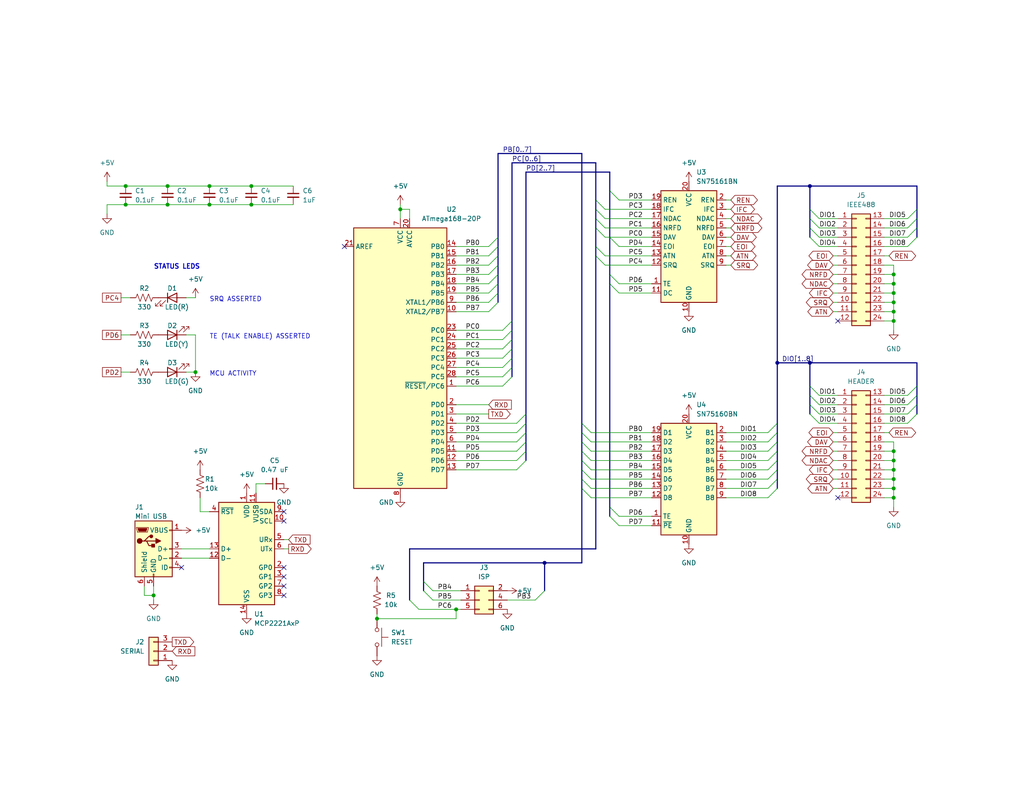
<source format=kicad_sch>
(kicad_sch (version 20211123) (generator eeschema)
  (paper "A")
  (title_block (title "AVR488 IEEE-488 to USB interface") (date "2022-03-17") (rev "1.1"))
  (lib_symbols
    (symbol "Connector:USB_B_Mini" (pin_names (offset 1.016))
      (property "Reference" "J" (at -5.08 11.43 0))
      (property "Value" "USB_B_Mini" (at -5.08 8.89 0))
      (symbol "USB_B_Mini_1_1"
        (pin power_out line (at 7.62 5.08 180) (length 2.54) (name "VBUS") (number "1"))
        (pin bidirectional line (at 7.62 -2.54 180) (length 2.54) (name "D-") (number "2"))
        (pin bidirectional line (at 7.62 0 180) (length 2.54) (name "D+") (number "3"))
        (pin passive line (at 7.62 -5.08 180) (length 2.54) (name "ID") (number "4"))
        (pin power_out line (at 0 -10.16 90) (length 2.54) (name "GND") (number "5"))
        (pin passive line (at -2.54 -10.16 90) (length 2.54) (name "Shield") (number "6"))
      )
    )
    (symbol "Connector_Generic:Conn_01x03" (pin_names (offset 1.016) hide)
      (property "Reference" "J" (at 0 5.08 0))
      (property "Value" "Conn_01x03" (at 0 -5.08 0))
      (symbol "Conn_01x03_1_1"
        (pin passive line (at -5.08 2.54 0) (length 3.81) (name "Pin_1") (number "1"))
        (pin passive line (at -5.08 0 0) (length 3.81) (name "Pin_2") (number "2"))
        (pin passive line (at -5.08 -2.54 0) (length 3.81) (name "Pin_3") (number "3"))
      )
    )
    (symbol "Connector_Generic:Conn_02x03_Odd_Even" (pin_names (offset 1.016) hide)
      (property "Reference" "J" (at 1.27 5.08 0))
      (property "Value" "Conn_02x03_Odd_Even" (at 1.27 -5.08 0))
      (symbol "Conn_02x03_Odd_Even_1_1"
        (pin passive line (at -5.08 2.54 0) (length 3.81) (name "Pin_1") (number "1"))
        (pin passive line (at 7.62 2.54 180) (length 3.81) (name "Pin_2") (number "2"))
        (pin passive line (at -5.08 0 0) (length 3.81) (name "Pin_3") (number "3"))
        (pin passive line (at 7.62 0 180) (length 3.81) (name "Pin_4") (number "4"))
        (pin passive line (at -5.08 -2.54 0) (length 3.81) (name "Pin_5") (number "5"))
        (pin passive line (at 7.62 -2.54 180) (length 3.81) (name "Pin_6") (number "6"))
      )
    )
    (symbol "Connector_Generic:Conn_02x12_Top_Bottom" (pin_names (offset 1.016) hide)
      (property "Reference" "J" (at 1.27 15.24 0))
      (property "Value" "Conn_02x12_Top_Bottom" (at 1.27 -17.78 0))
      (symbol "Conn_02x12_Top_Bottom_1_1"
        (pin passive line (at -5.08 12.7 0) (length 3.81) (name "Pin_1") (number "1"))
        (pin passive line (at -5.08 -10.16 0) (length 3.81) (name "Pin_10") (number "10"))
        (pin passive line (at -5.08 -12.7 0) (length 3.81) (name "Pin_11") (number "11"))
        (pin passive line (at -5.08 -15.24 0) (length 3.81) (name "Pin_12") (number "12"))
        (pin passive line (at 7.62 12.7 180) (length 3.81) (name "Pin_13") (number "13"))
        (pin passive line (at 7.62 10.16 180) (length 3.81) (name "Pin_14") (number "14"))
        (pin passive line (at 7.62 7.62 180) (length 3.81) (name "Pin_15") (number "15"))
        (pin passive line (at 7.62 5.08 180) (length 3.81) (name "Pin_16") (number "16"))
        (pin passive line (at 7.62 2.54 180) (length 3.81) (name "Pin_17") (number "17"))
        (pin passive line (at 7.62 0 180) (length 3.81) (name "Pin_18") (number "18"))
        (pin passive line (at 7.62 -2.54 180) (length 3.81) (name "Pin_19") (number "19"))
        (pin passive line (at -5.08 10.16 0) (length 3.81) (name "Pin_2") (number "2"))
        (pin passive line (at 7.62 -5.08 180) (length 3.81) (name "Pin_20") (number "20"))
        (pin passive line (at 7.62 -7.62 180) (length 3.81) (name "Pin_21") (number "21"))
        (pin passive line (at 7.62 -10.16 180) (length 3.81) (name "Pin_22") (number "22"))
        (pin passive line (at 7.62 -12.7 180) (length 3.81) (name "Pin_23") (number "23"))
        (pin passive line (at 7.62 -15.24 180) (length 3.81) (name "Pin_24") (number "24"))
        (pin passive line (at -5.08 7.62 0) (length 3.81) (name "Pin_3") (number "3"))
        (pin passive line (at -5.08 5.08 0) (length 3.81) (name "Pin_4") (number "4"))
        (pin passive line (at -5.08 2.54 0) (length 3.81) (name "Pin_5") (number "5"))
        (pin passive line (at -5.08 0 0) (length 3.81) (name "Pin_6") (number "6"))
        (pin passive line (at -5.08 -2.54 0) (length 3.81) (name "Pin_7") (number "7"))
        (pin passive line (at -5.08 -5.08 0) (length 3.81) (name "Pin_8") (number "8"))
        (pin passive line (at -5.08 -7.62 0) (length 3.81) (name "Pin_9") (number "9"))
      )
    )
    (symbol "Device:C_Small" (pin_numbers hide) (pin_names (offset 0.254) hide)
      (property "Reference" "C" (at 0.254 1.778 0))
      (property "Value" "C_Small" (at 0.254 -2.032 0))
      (symbol "C_Small_1_1"
        (pin passive line (at 0 2.54 270) (length 2.032) (name "~") (number "1"))
        (pin passive line (at 0 -2.54 90) (length 2.032) (name "~") (number "2"))
      )
    )
    (symbol "Device:LED" (pin_numbers hide) (pin_names (offset 1.016) hide)
      (property "Reference" "D" (at 0 2.54 0))
      (property "Value" "LED" (at 0 -2.54 0))
      (symbol "LED_1_1"
        (pin passive line (at -3.81 0 0) (length 2.54) (name "K") (number "1"))
        (pin passive line (at 3.81 0 180) (length 2.54) (name "A") (number "2"))
      )
    )
    (symbol "Device:R_US" (pin_numbers hide) (pin_names (offset 0))
      (property "Reference" "R" (at 2.54 0 90))
      (property "Value" "R_US" (at -2.54 0 90))
      (symbol "R_US_1_1"
        (pin passive line (at 0 3.81 270) (length 1.27) (name "~") (number "1"))
        (pin passive line (at 0 -3.81 90) (length 1.27) (name "~") (number "2"))
      )
    )
    (symbol "Interface:SN75160BN"
      (property "Reference" "U" (at -3.81 19.05 0))
      (property "Value" "SN75160BN" (at -7.62 16.51 0))
      (symbol "SN75160BN_1_1"
        (pin input line (at -10.16 -10.16 0) (length 2.54) (name "TE") (number "1"))
        (pin power_in line (at 0 -17.78 90) (length 2.54) (name "GND") (number "10"))
        (pin input line (at -10.16 -12.7 0) (length 2.54) (name "~{PE}") (number "11"))
        (pin bidirectional line (at -10.16 -5.08 0) (length 2.54) (name "D8") (number "12"))
        (pin bidirectional line (at -10.16 -2.54 0) (length 2.54) (name "D7") (number "13"))
        (pin bidirectional line (at -10.16 0 0) (length 2.54) (name "D6") (number "14"))
        (pin bidirectional line (at -10.16 2.54 0) (length 2.54) (name "D5") (number "15"))
        (pin bidirectional line (at -10.16 5.08 0) (length 2.54) (name "D4") (number "16"))
        (pin bidirectional line (at -10.16 7.62 0) (length 2.54) (name "D3") (number "17"))
        (pin bidirectional line (at -10.16 10.16 0) (length 2.54) (name "D2") (number "18"))
        (pin bidirectional line (at -10.16 12.7 0) (length 2.54) (name "D1") (number "19"))
        (pin bidirectional line (at 10.16 12.7 180) (length 2.54) (name "B1") (number "2"))
        (pin power_in line (at 0 17.78 270) (length 2.54) (name "VCC") (number "20"))
        (pin bidirectional line (at 10.16 10.16 180) (length 2.54) (name "B2") (number "3"))
        (pin bidirectional line (at 10.16 7.62 180) (length 2.54) (name "B3") (number "4"))
        (pin bidirectional line (at 10.16 5.08 180) (length 2.54) (name "B4") (number "5"))
        (pin bidirectional line (at 10.16 2.54 180) (length 2.54) (name "B5") (number "6"))
        (pin bidirectional line (at 10.16 0 180) (length 2.54) (name "B6") (number "7"))
        (pin bidirectional line (at 10.16 -2.54 180) (length 2.54) (name "B7") (number "8"))
        (pin bidirectional line (at 10.16 -5.08 180) (length 2.54) (name "B8") (number "9"))
      )
    )
    (symbol "Interface_USB:MCP2221AxP"
      (property "Reference" "U" (at -7.62 16.51 0))
      (property "Value" "MCP2221AxP" (at 12.7 16.51 0))
      (symbol "MCP2221AxP_1_1"
        (pin power_in line (at 0 17.78 270) (length 2.54) (name "VDD") (number "1"))
        (pin bidirectional line (at 10.16 10.16 180) (length 2.54) (name "SCL") (number "10"))
        (pin passive line (at 2.54 17.78 270) (length 2.54) (name "VUSB") (number "11"))
        (pin bidirectional line (at -10.16 0 0) (length 2.54) (name "D-") (number "12"))
        (pin bidirectional line (at -10.16 2.54 0) (length 2.54) (name "D+") (number "13"))
        (pin power_in line (at 0 -15.24 90) (length 2.54) (name "VSS") (number "14"))
        (pin bidirectional line (at 10.16 -2.54 180) (length 2.54) (name "GP0") (number "2"))
        (pin bidirectional line (at 10.16 -5.08 180) (length 2.54) (name "GP1") (number "3"))
        (pin input line (at -10.16 12.7 0) (length 2.54) (name "~{RST}") (number "4"))
        (pin input line (at 10.16 5.08 180) (length 2.54) (name "URx") (number "5"))
        (pin output line (at 10.16 2.54 180) (length 2.54) (name "UTx") (number "6"))
        (pin bidirectional line (at 10.16 -7.62 180) (length 2.54) (name "GP2") (number "7"))
        (pin bidirectional line (at 10.16 -10.16 180) (length 2.54) (name "GP3") (number "8"))
        (pin bidirectional line (at 10.16 12.7 180) (length 2.54) (name "SDA") (number "9"))
      )
    )
    (symbol "MCU_Microchip_ATmega:ATmega168-20P"
      (property "Reference" "U" (at -12.7 36.83 0))
      (property "Value" "ATmega168-20P" (at 2.54 -36.83 0))
      (symbol "ATmega168-20P_1_1"
        (pin bidirectional line (at 15.24 -7.62 180) (length 2.54) (name "~{RESET}/PC6") (number "1"))
        (pin bidirectional line (at 15.24 12.7 180) (length 2.54) (name "XTAL2/PB7") (number "10"))
        (pin bidirectional line (at 15.24 -25.4 180) (length 2.54) (name "PD5") (number "11"))
        (pin bidirectional line (at 15.24 -27.94 180) (length 2.54) (name "PD6") (number "12"))
        (pin bidirectional line (at 15.24 -30.48 180) (length 2.54) (name "PD7") (number "13"))
        (pin bidirectional line (at 15.24 30.48 180) (length 2.54) (name "PB0") (number "14"))
        (pin bidirectional line (at 15.24 27.94 180) (length 2.54) (name "PB1") (number "15"))
        (pin bidirectional line (at 15.24 25.4 180) (length 2.54) (name "PB2") (number "16"))
        (pin bidirectional line (at 15.24 22.86 180) (length 2.54) (name "PB3") (number "17"))
        (pin bidirectional line (at 15.24 20.32 180) (length 2.54) (name "PB4") (number "18"))
        (pin bidirectional line (at 15.24 17.78 180) (length 2.54) (name "PB5") (number "19"))
        (pin bidirectional line (at 15.24 -12.7 180) (length 2.54) (name "PD0") (number "2"))
        (pin power_in line (at 2.54 38.1 270) (length 2.54) (name "AVCC") (number "20"))
        (pin passive line (at -15.24 30.48 0) (length 2.54) (name "AREF") (number "21"))
        (pin passive line (at 0 -38.1 90) (length 2.54) hide (name "GND") (number "22"))
        (pin bidirectional line (at 15.24 7.62 180) (length 2.54) (name "PC0") (number "23"))
        (pin bidirectional line (at 15.24 5.08 180) (length 2.54) (name "PC1") (number "24"))
        (pin bidirectional line (at 15.24 2.54 180) (length 2.54) (name "PC2") (number "25"))
        (pin bidirectional line (at 15.24 0 180) (length 2.54) (name "PC3") (number "26"))
        (pin bidirectional line (at 15.24 -2.54 180) (length 2.54) (name "PC4") (number "27"))
        (pin bidirectional line (at 15.24 -5.08 180) (length 2.54) (name "PC5") (number "28"))
        (pin bidirectional line (at 15.24 -15.24 180) (length 2.54) (name "PD1") (number "3"))
        (pin bidirectional line (at 15.24 -17.78 180) (length 2.54) (name "PD2") (number "4"))
        (pin bidirectional line (at 15.24 -20.32 180) (length 2.54) (name "PD3") (number "5"))
        (pin bidirectional line (at 15.24 -22.86 180) (length 2.54) (name "PD4") (number "6"))
        (pin power_in line (at 0 38.1 270) (length 2.54) (name "VCC") (number "7"))
        (pin power_in line (at 0 -38.1 90) (length 2.54) (name "GND") (number "8"))
        (pin bidirectional line (at 15.24 15.24 180) (length 2.54) (name "XTAL1/PB6") (number "9"))
      )
    )
    (symbol "Paul's_Library:SN75161BN"
      (property "Reference" "U" (at -3.81 19.05 0))
      (property "Value" "SN75161BN" (at -7.62 16.51 0))
      (symbol "SN75161BN_1_1"
        (pin input line (at -10.16 -10.16 0) (length 2.54) (name "TE") (number "1"))
        (pin power_in line (at 0 -17.78 90) (length 2.54) (name "GND") (number "10"))
        (pin input line (at -10.16 -12.7 0) (length 2.54) (name "DC") (number "11"))
        (pin bidirectional line (at -10.16 -5.08 0) (length 2.54) (name "SRQ") (number "12"))
        (pin bidirectional line (at -10.16 -2.54 0) (length 2.54) (name "ATN") (number "13"))
        (pin bidirectional line (at -10.16 0 0) (length 2.54) (name "EOI") (number "14"))
        (pin bidirectional line (at -10.16 2.54 0) (length 2.54) (name "DAV") (number "15"))
        (pin bidirectional line (at -10.16 5.08 0) (length 2.54) (name "NRFD") (number "16"))
        (pin bidirectional line (at -10.16 7.62 0) (length 2.54) (name "NDAC") (number "17"))
        (pin bidirectional line (at -10.16 10.16 0) (length 2.54) (name "IFC") (number "18"))
        (pin bidirectional line (at -10.16 12.7 0) (length 2.54) (name "REN") (number "19"))
        (pin bidirectional line (at 10.16 12.7 180) (length 2.54) (name "REN") (number "2"))
        (pin power_in line (at 0 17.78 270) (length 2.54) (name "VCC") (number "20"))
        (pin bidirectional line (at 10.16 10.16 180) (length 2.54) (name "IFC") (number "3"))
        (pin bidirectional line (at 10.16 7.62 180) (length 2.54) (name "NDAC") (number "4"))
        (pin bidirectional line (at 10.16 5.08 180) (length 2.54) (name "NRFD") (number "5"))
        (pin bidirectional line (at 10.16 2.54 180) (length 2.54) (name "DAV") (number "6"))
        (pin bidirectional line (at 10.16 0 180) (length 2.54) (name "EOI") (number "7"))
        (pin bidirectional line (at 10.16 -2.54 180) (length 2.54) (name "ATN") (number "8"))
        (pin bidirectional line (at 10.16 -5.08 180) (length 2.54) (name "SRQ") (number "9"))
      )
    )
    (symbol "Switch:SW_Push" (pin_numbers hide) (pin_names (offset 1.016) hide)
      (property "Reference" "SW" (at 1.27 2.54 0))
      (property "Value" "SW_Push" (at 0 -1.524 0))
      (symbol "SW_Push_0_1"
        (pin passive line (at -5.08 0 0) (length 2.54) (name "1") (number "1"))
        (pin passive line (at 5.08 0 180) (length 2.54) (name "2") (number "2"))
      )
    )
    (symbol "power:+5V" (power) (pin_names (offset 0))
      (property "Value" "+5V" (at 0 3.556 0))
      (symbol "+5V_1_1"
        (pin power_in line (at 0 0 90) (length 0) hide (name "+5V") (number "1"))
      )
    )
    (symbol "power:GND" (power) (pin_names (offset 0))
      (property "Value" "GND" (at 0 -3.81 0))
      (symbol "GND_1_1"
        (pin power_in line (at 0 0 270) (length 0) hide (name "GND") (number "1"))
      )
    )
  )
  (junction (at 45.72 50.8))
  (junction (at 243.84 123.19))
  (junction (at 243.84 135.89))
  (junction (at 68.58 50.8))
  (junction (at 41.91 162.56))
  (junction (at 243.84 85.09))
  (junction (at 212.09 99.06))
  (junction (at 243.84 82.55))
  (junction (at 220.98 50.8))
  (junction (at 148.59 153.67))
  (junction (at 57.15 55.88))
  (junction (at 243.84 77.47))
  (junction (at 45.72 55.88))
  (junction (at 243.84 128.27))
  (junction (at 102.87 168.91))
  (junction (at 34.29 50.8))
  (junction (at 109.22 57.15))
  (junction (at 124.46 166.37))
  (junction (at 243.84 130.81))
  (junction (at 243.84 74.93))
  (junction (at 243.84 133.35))
  (junction (at 57.15 50.8))
  (junction (at 243.84 125.73))
  (junction (at 243.84 80.01))
  (junction (at 243.84 87.63))
  (junction (at 34.29 55.88))
  (junction (at 68.58 55.88))
  (junction (at 220.98 99.06))
  (junction (at 53.34 101.6))
  (no_connect (at 228.6 135.89))
  (no_connect (at 93.98 67.31))
  (no_connect (at 228.6 87.63))
  (no_connect (at 49.53 154.94))
  (no_connect (at 77.47 157.48))
  (no_connect (at 77.47 154.94))
  (no_connect (at 77.47 162.56))
  (no_connect (at 77.47 160.02))
  (no_connect (at 77.47 139.7))
  (no_connect (at 77.47 142.24))
  (bus_entry (at 140.97 123.19) (size 2.54 -2.54))
  (bus_entry (at 140.97 125.73) (size 2.54 -2.54))
  (bus_entry (at 140.97 128.27) (size 2.54 -2.54))
  (bus_entry (at 166.37 77.47) (size 2.54 2.54))
  (bus_entry (at 166.37 74.93) (size 2.54 2.54))
  (bus_entry (at 209.55 130.81) (size 2.54 -2.54))
  (bus_entry (at 209.55 133.35) (size 2.54 -2.54))
  (bus_entry (at 209.55 135.89) (size 2.54 -2.54))
  (bus_entry (at 209.55 118.11) (size 2.54 -2.54))
  (bus_entry (at 209.55 120.65) (size 2.54 -2.54))
  (bus_entry (at 209.55 123.19) (size 2.54 -2.54))
  (bus_entry (at 209.55 125.73) (size 2.54 -2.54))
  (bus_entry (at 209.55 128.27) (size 2.54 -2.54))
  (bus_entry (at 220.98 59.69) (size 2.54 2.54))
  (bus_entry (at 247.65 62.23) (size 2.54 -2.54))
  (bus_entry (at 247.65 64.77) (size 2.54 -2.54))
  (bus_entry (at 111.76 163.83) (size 2.54 2.54))
  (bus_entry (at 140.97 115.57) (size 2.54 -2.54))
  (bus_entry (at 220.98 107.95) (size 2.54 2.54))
  (bus_entry (at 220.98 105.41) (size 2.54 2.54))
  (bus_entry (at 220.98 113.03) (size 2.54 2.54))
  (bus_entry (at 220.98 110.49) (size 2.54 2.54))
  (bus_entry (at 137.16 90.17) (size 2.54 -2.54))
  (bus_entry (at 137.16 102.87) (size 2.54 -2.54))
  (bus_entry (at 137.16 100.33) (size 2.54 -2.54))
  (bus_entry (at 137.16 95.25) (size 2.54 -2.54))
  (bus_entry (at 137.16 97.79) (size 2.54 -2.54))
  (bus_entry (at 137.16 92.71) (size 2.54 -2.54))
  (bus_entry (at 137.16 105.41) (size 2.54 -2.54))
  (bus_entry (at 247.65 67.31) (size 2.54 -2.54))
  (bus_entry (at 220.98 57.15) (size 2.54 2.54))
  (bus_entry (at 220.98 64.77) (size 2.54 2.54))
  (bus_entry (at 158.75 125.73) (size 2.54 2.54))
  (bus_entry (at 158.75 128.27) (size 2.54 2.54))
  (bus_entry (at 158.75 120.65) (size 2.54 2.54))
  (bus_entry (at 158.75 123.19) (size 2.54 2.54))
  (bus_entry (at 158.75 118.11) (size 2.54 2.54))
  (bus_entry (at 158.75 115.57) (size 2.54 2.54))
  (bus_entry (at 158.75 130.81) (size 2.54 2.54))
  (bus_entry (at 158.75 133.35) (size 2.54 2.54))
  (bus_entry (at 220.98 62.23) (size 2.54 2.54))
  (bus_entry (at 140.97 120.65) (size 2.54 -2.54))
  (bus_entry (at 140.97 118.11) (size 2.54 -2.54))
  (bus_entry (at 166.37 138.43) (size 2.54 2.54))
  (bus_entry (at 166.37 140.97) (size 2.54 2.54))
  (bus_entry (at 247.65 110.49) (size 2.54 -2.54))
  (bus_entry (at 247.65 113.03) (size 2.54 -2.54))
  (bus_entry (at 247.65 115.57) (size 2.54 -2.54))
  (bus_entry (at 247.65 107.95) (size 2.54 -2.54))
  (bus_entry (at 133.35 85.09) (size 2.54 -2.54))
  (bus_entry (at 133.35 80.01) (size 2.54 -2.54))
  (bus_entry (at 133.35 77.47) (size 2.54 -2.54))
  (bus_entry (at 133.35 74.93) (size 2.54 -2.54))
  (bus_entry (at 133.35 72.39) (size 2.54 -2.54))
  (bus_entry (at 133.35 69.85) (size 2.54 -2.54))
  (bus_entry (at 133.35 67.31) (size 2.54 -2.54))
  (bus_entry (at 133.35 82.55) (size 2.54 -2.54))
  (bus_entry (at 166.37 52.07) (size 2.54 2.54))
  (bus_entry (at 162.56 54.61) (size 2.54 2.54))
  (bus_entry (at 162.56 59.69) (size 2.54 2.54))
  (bus_entry (at 162.56 62.23) (size 2.54 2.54))
  (bus_entry (at 162.56 57.15) (size 2.54 2.54))
  (bus_entry (at 166.37 64.77) (size 2.54 2.54))
  (bus_entry (at 162.56 67.31) (size 2.54 2.54))
  (bus_entry (at 162.56 69.85) (size 2.54 2.54))
  (bus_entry (at 115.57 158.75) (size 2.54 2.54))
  (bus_entry (at 148.59 161.29) (size -2.54 2.54))
  (bus_entry (at 115.57 161.29) (size 2.54 2.54))
  (bus_entry (at 247.65 59.69) (size 2.54 -2.54))
  (bus (pts (xy 143.51 115.57) (xy 143.51 113.03)))
  (bus (pts (xy 250.19 105.41) (xy 250.19 107.95)))
  (wire (pts (xy 124.46 85.09) (xy 133.35 85.09)))
  (bus (pts (xy 162.56 57.15) (xy 162.56 59.69)))
  (wire (pts (xy 243.84 120.65) (xy 243.84 123.19)))
  (wire (pts (xy 77.47 147.32) (xy 78.74 147.32)))
  (wire (pts (xy 124.46 118.11) (xy 140.97 118.11)))
  (wire (pts (xy 198.12 72.39) (xy 199.39 72.39)))
  (wire (pts (xy 198.12 67.31) (xy 199.39 67.31)))
  (bus (pts (xy 220.98 64.77) (xy 220.98 62.23)))
  (bus (pts (xy 143.51 118.11) (xy 143.51 115.57)))
  (wire (pts (xy 243.84 72.39) (xy 243.84 74.93)))
  (wire (pts (xy 33.02 91.44) (xy 35.56 91.44)))
  (bus (pts (xy 139.7 87.63) (xy 139.7 44.45)))
  (bus (pts (xy 158.75 133.35) (xy 158.75 153.67)))
  (wire (pts (xy 223.52 67.31) (xy 228.6 67.31)))
  (bus (pts (xy 212.09 50.8) (xy 220.98 50.8)))
  (bus (pts (xy 158.75 123.19) (xy 158.75 125.73)))
  (wire (pts (xy 165.1 59.69) (xy 177.8 59.69)))
  (bus (pts (xy 158.75 118.11) (xy 158.75 120.65)))
  (bus (pts (xy 143.51 113.03) (xy 143.51 46.99)))
  (wire (pts (xy 177.8 140.97) (xy 168.91 140.97)))
  (wire (pts (xy 243.84 135.89) (xy 243.84 138.43)))
  (wire (pts (xy 124.46 90.17) (xy 137.16 90.17)))
  (wire (pts (xy 161.29 123.19) (xy 177.8 123.19)))
  (bus (pts (xy 166.37 64.77) (xy 166.37 74.93)))
  (bus (pts (xy 220.98 59.69) (xy 220.98 57.15)))
  (wire (pts (xy 124.46 102.87) (xy 137.16 102.87)))
  (bus (pts (xy 220.98 107.95) (xy 220.98 105.41)))
  (wire (pts (xy 41.91 163.83) (xy 41.91 162.56)))
  (wire (pts (xy 227.33 133.35) (xy 228.6 133.35)))
  (bus (pts (xy 162.56 69.85) (xy 162.56 149.86)))
  (bus (pts (xy 158.75 128.27) (xy 158.75 130.81)))
  (wire (pts (xy 161.29 130.81) (xy 177.8 130.81)))
  (wire (pts (xy 45.72 55.88) (xy 34.29 55.88)))
  (wire (pts (xy 198.12 69.85) (xy 199.39 69.85)))
  (wire (pts (xy 114.3 166.37) (xy 124.46 166.37)))
  (wire (pts (xy 45.72 50.8) (xy 57.15 50.8)))
  (wire (pts (xy 241.3 67.31) (xy 247.65 67.31)))
  (wire (pts (xy 161.29 133.35) (xy 177.8 133.35)))
  (wire (pts (xy 243.84 128.27) (xy 243.84 130.81)))
  (wire (pts (xy 124.46 67.31) (xy 133.35 67.31)))
  (wire (pts (xy 198.12 135.89) (xy 209.55 135.89)))
  (wire (pts (xy 168.91 143.51) (xy 177.8 143.51)))
  (wire (pts (xy 241.3 107.95) (xy 247.65 107.95)))
  (wire (pts (xy 168.91 80.01) (xy 177.8 80.01)))
  (bus (pts (xy 162.56 67.31) (xy 162.56 69.85)))
  (wire (pts (xy 243.84 133.35) (xy 243.84 135.89)))
  (wire (pts (xy 241.3 135.89) (xy 243.84 135.89)))
  (wire (pts (xy 124.46 92.71) (xy 137.16 92.71)))
  (wire (pts (xy 241.3 115.57) (xy 247.65 115.57)))
  (wire (pts (xy 49.53 149.86) (xy 57.15 149.86)))
  (wire (pts (xy 243.84 77.47) (xy 243.84 80.01)))
  (bus (pts (xy 139.7 87.63) (xy 139.7 90.17)))
  (bus (pts (xy 148.59 153.67) (xy 115.57 153.67)))
  (bus (pts (xy 220.98 99.06) (xy 250.19 99.06)))
  (wire (pts (xy 241.3 64.77) (xy 247.65 64.77)))
  (wire (pts (xy 243.84 85.09) (xy 243.84 87.63)))
  (wire (pts (xy 49.53 152.4) (xy 57.15 152.4)))
  (wire (pts (xy 57.15 55.88) (xy 45.72 55.88)))
  (wire (pts (xy 124.46 97.79) (xy 137.16 97.79)))
  (wire (pts (xy 69.85 132.08) (xy 72.39 132.08)))
  (wire (pts (xy 241.3 77.47) (xy 243.84 77.47)))
  (wire (pts (xy 198.12 128.27) (xy 209.55 128.27)))
  (wire (pts (xy 198.12 120.65) (xy 209.55 120.65)))
  (wire (pts (xy 165.1 69.85) (xy 177.8 69.85)))
  (wire (pts (xy 124.46 82.55) (xy 133.35 82.55)))
  (wire (pts (xy 227.33 130.81) (xy 228.6 130.81)))
  (bus (pts (xy 162.56 149.86) (xy 111.76 149.86)))
  (wire (pts (xy 161.29 118.11) (xy 177.8 118.11)))
  (wire (pts (xy 124.46 72.39) (xy 133.35 72.39)))
  (bus (pts (xy 115.57 153.67) (xy 115.57 158.75)))
  (bus (pts (xy 220.98 57.15) (xy 220.98 50.8)))
  (wire (pts (xy 161.29 125.73) (xy 177.8 125.73)))
  (bus (pts (xy 158.75 41.91) (xy 158.75 115.57)))
  (wire (pts (xy 124.46 128.27) (xy 140.97 128.27)))
  (bus (pts (xy 220.98 113.03) (xy 220.98 110.49)))
  (bus (pts (xy 212.09 115.57) (xy 212.09 99.06)))
  (wire (pts (xy 50.8 81.28) (xy 53.34 81.28)))
  (wire (pts (xy 124.46 105.41) (xy 137.16 105.41)))
  (bus (pts (xy 250.19 99.06) (xy 250.19 105.41)))
  (bus (pts (xy 135.89 67.31) (xy 135.89 69.85)))
  (wire (pts (xy 165.1 62.23) (xy 177.8 62.23)))
  (wire (pts (xy 124.46 113.03) (xy 133.35 113.03)))
  (wire (pts (xy 102.87 167.64) (xy 102.87 168.91)))
  (wire (pts (xy 198.12 54.61) (xy 199.39 54.61)))
  (bus (pts (xy 135.89 41.91) (xy 135.89 64.77)))
  (wire (pts (xy 223.52 115.57) (xy 228.6 115.57)))
  (wire (pts (xy 227.33 72.39) (xy 228.6 72.39)))
  (wire (pts (xy 68.58 55.88) (xy 80.01 55.88)))
  (wire (pts (xy 109.22 57.15) (xy 109.22 59.69)))
  (bus (pts (xy 250.19 62.23) (xy 250.19 64.77)))
  (wire (pts (xy 168.91 67.31) (xy 177.8 67.31)))
  (wire (pts (xy 243.84 80.01) (xy 243.84 82.55)))
  (wire (pts (xy 124.46 166.37) (xy 125.73 166.37)))
  (wire (pts (xy 118.11 161.29) (xy 125.73 161.29)))
  (bus (pts (xy 220.98 105.41) (xy 220.98 99.06)))
  (wire (pts (xy 223.52 59.69) (xy 228.6 59.69)))
  (wire (pts (xy 243.84 123.19) (xy 243.84 125.73)))
  (wire (pts (xy 227.33 120.65) (xy 228.6 120.65)))
  (bus (pts (xy 162.56 59.69) (xy 162.56 62.23)))
  (bus (pts (xy 162.56 62.23) (xy 162.56 67.31)))
  (wire (pts (xy 241.3 72.39) (xy 243.84 72.39)))
  (wire (pts (xy 29.21 55.88) (xy 29.21 58.42)))
  (wire (pts (xy 241.3 125.73) (xy 243.84 125.73)))
  (wire (pts (xy 124.46 74.93) (xy 133.35 74.93)))
  (wire (pts (xy 223.52 107.95) (xy 228.6 107.95)))
  (wire (pts (xy 124.46 120.65) (xy 140.97 120.65)))
  (wire (pts (xy 223.52 113.03) (xy 228.6 113.03)))
  (bus (pts (xy 158.75 125.73) (xy 158.75 128.27)))
  (wire (pts (xy 124.46 100.33) (xy 137.16 100.33)))
  (wire (pts (xy 41.91 162.56) (xy 41.91 160.02)))
  (wire (pts (xy 34.29 55.88) (xy 29.21 55.88)))
  (bus (pts (xy 139.7 90.17) (xy 139.7 92.71)))
  (wire (pts (xy 168.91 54.61) (xy 177.8 54.61)))
  (wire (pts (xy 161.29 128.27) (xy 177.8 128.27)))
  (wire (pts (xy 124.46 115.57) (xy 140.97 115.57)))
  (wire (pts (xy 223.52 62.23) (xy 228.6 62.23)))
  (bus (pts (xy 135.89 77.47) (xy 135.89 80.01)))
  (wire (pts (xy 198.12 57.15) (xy 199.39 57.15)))
  (wire (pts (xy 241.3 133.35) (xy 243.84 133.35)))
  (bus (pts (xy 158.75 115.57) (xy 158.75 118.11)))
  (bus (pts (xy 139.7 95.25) (xy 139.7 97.79)))
  (bus (pts (xy 162.56 54.61) (xy 162.56 57.15)))
  (wire (pts (xy 29.21 49.53) (xy 29.21 50.8)))
  (bus (pts (xy 135.89 74.93) (xy 135.89 77.47)))
  (bus (pts (xy 220.98 50.8) (xy 250.19 50.8)))
  (bus (pts (xy 115.57 158.75) (xy 115.57 161.29)))
  (bus (pts (xy 250.19 107.95) (xy 250.19 110.49)))
  (bus (pts (xy 158.75 153.67) (xy 148.59 153.67)))
  (wire (pts (xy 241.3 82.55) (xy 243.84 82.55)))
  (wire (pts (xy 124.46 168.91) (xy 102.87 168.91)))
  (wire (pts (xy 241.3 59.69) (xy 247.65 59.69)))
  (bus (pts (xy 158.75 120.65) (xy 158.75 123.19)))
  (wire (pts (xy 198.12 59.69) (xy 199.39 59.69)))
  (bus (pts (xy 135.89 64.77) (xy 135.89 67.31)))
  (bus (pts (xy 135.89 80.01) (xy 135.89 82.55)))
  (wire (pts (xy 29.21 50.8) (xy 34.29 50.8)))
  (bus (pts (xy 166.37 138.43) (xy 166.37 140.97)))
  (wire (pts (xy 198.12 125.73) (xy 209.55 125.73)))
  (wire (pts (xy 54.61 139.7) (xy 57.15 139.7)))
  (bus (pts (xy 111.76 149.86) (xy 111.76 163.83)))
  (wire (pts (xy 165.1 57.15) (xy 177.8 57.15)))
  (wire (pts (xy 223.52 64.77) (xy 228.6 64.77)))
  (wire (pts (xy 109.22 57.15) (xy 111.76 57.15)))
  (bus (pts (xy 212.09 128.27) (xy 212.09 125.73)))
  (wire (pts (xy 54.61 135.89) (xy 54.61 139.7)))
  (bus (pts (xy 143.51 125.73) (xy 143.51 123.19)))
  (bus (pts (xy 135.89 41.91) (xy 158.75 41.91)))
  (wire (pts (xy 243.84 130.81) (xy 243.84 133.35)))
  (bus (pts (xy 212.09 125.73) (xy 212.09 123.19)))
  (wire (pts (xy 227.33 80.01) (xy 228.6 80.01)))
  (wire (pts (xy 34.29 50.8) (xy 45.72 50.8)))
  (wire (pts (xy 53.34 91.44) (xy 53.34 101.6)))
  (bus (pts (xy 166.37 46.99) (xy 166.37 52.07)))
  (wire (pts (xy 243.84 74.93) (xy 243.84 77.47)))
  (wire (pts (xy 227.33 85.09) (xy 228.6 85.09)))
  (wire (pts (xy 124.46 80.01) (xy 133.35 80.01)))
  (bus (pts (xy 212.09 130.81) (xy 212.09 128.27)))
  (wire (pts (xy 241.3 74.93) (xy 243.84 74.93)))
  (wire (pts (xy 124.46 69.85) (xy 133.35 69.85)))
  (bus (pts (xy 212.09 99.06) (xy 220.98 99.06)))
  (wire (pts (xy 198.12 62.23) (xy 199.39 62.23)))
  (wire (pts (xy 124.46 95.25) (xy 137.16 95.25)))
  (wire (pts (xy 241.3 113.03) (xy 247.65 113.03)))
  (bus (pts (xy 212.09 120.65) (xy 212.09 118.11)))
  (wire (pts (xy 198.12 123.19) (xy 209.55 123.19)))
  (wire (pts (xy 243.84 125.73) (xy 243.84 128.27)))
  (bus (pts (xy 143.51 46.99) (xy 166.37 46.99)))
  (wire (pts (xy 68.58 50.8) (xy 80.01 50.8)))
  (wire (pts (xy 198.12 118.11) (xy 209.55 118.11)))
  (bus (pts (xy 250.19 59.69) (xy 250.19 62.23)))
  (bus (pts (xy 166.37 74.93) (xy 166.37 77.47)))
  (wire (pts (xy 109.22 55.88) (xy 109.22 57.15)))
  (wire (pts (xy 118.11 163.83) (xy 125.73 163.83)))
  (wire (pts (xy 241.3 118.11) (xy 242.57 118.11)))
  (bus (pts (xy 212.09 123.19) (xy 212.09 120.65)))
  (bus (pts (xy 166.37 52.07) (xy 166.37 64.77)))
  (wire (pts (xy 243.84 87.63) (xy 243.84 90.17)))
  (wire (pts (xy 124.46 110.49) (xy 133.35 110.49)))
  (wire (pts (xy 50.8 91.44) (xy 53.34 91.44)))
  (wire (pts (xy 33.02 101.6) (xy 35.56 101.6)))
  (wire (pts (xy 227.33 123.19) (xy 228.6 123.19)))
  (wire (pts (xy 241.3 80.01) (xy 243.84 80.01)))
  (wire (pts (xy 33.02 81.28) (xy 35.56 81.28)))
  (bus (pts (xy 220.98 62.23) (xy 220.98 59.69)))
  (wire (pts (xy 241.3 128.27) (xy 243.84 128.27)))
  (wire (pts (xy 241.3 85.09) (xy 243.84 85.09)))
  (wire (pts (xy 241.3 87.63) (xy 243.84 87.63)))
  (bus (pts (xy 250.19 57.15) (xy 250.19 59.69)))
  (bus (pts (xy 212.09 133.35) (xy 212.09 130.81)))
  (wire (pts (xy 161.29 120.65) (xy 177.8 120.65)))
  (wire (pts (xy 241.3 69.85) (xy 242.57 69.85)))
  (wire (pts (xy 68.58 55.88) (xy 57.15 55.88)))
  (wire (pts (xy 69.85 134.62) (xy 69.85 132.08)))
  (bus (pts (xy 139.7 100.33) (xy 139.7 102.87)))
  (bus (pts (xy 139.7 92.71) (xy 139.7 95.25)))
  (wire (pts (xy 241.3 110.49) (xy 247.65 110.49)))
  (bus (pts (xy 139.7 97.79) (xy 139.7 100.33)))
  (bus (pts (xy 148.59 153.67) (xy 148.59 161.29)))
  (bus (pts (xy 212.09 118.11) (xy 212.09 115.57)))
  (wire (pts (xy 124.46 123.19) (xy 140.97 123.19)))
  (bus (pts (xy 143.51 120.65) (xy 143.51 118.11)))
  (wire (pts (xy 227.33 69.85) (xy 228.6 69.85)))
  (wire (pts (xy 227.33 125.73) (xy 228.6 125.73)))
  (wire (pts (xy 53.34 101.6) (xy 50.8 101.6)))
  (wire (pts (xy 77.47 149.86) (xy 78.74 149.86)))
  (wire (pts (xy 168.91 77.47) (xy 177.8 77.47)))
  (wire (pts (xy 241.3 120.65) (xy 243.84 120.65)))
  (bus (pts (xy 166.37 77.47) (xy 166.37 138.43)))
  (wire (pts (xy 39.37 162.56) (xy 41.91 162.56)))
  (bus (pts (xy 212.09 99.06) (xy 212.09 50.8)))
  (wire (pts (xy 138.43 163.83) (xy 146.05 163.83)))
  (bus (pts (xy 158.75 130.81) (xy 158.75 133.35)))
  (wire (pts (xy 111.76 59.69) (xy 111.76 57.15)))
  (wire (pts (xy 198.12 133.35) (xy 209.55 133.35)))
  (wire (pts (xy 165.1 72.39) (xy 177.8 72.39)))
  (wire (pts (xy 243.84 82.55) (xy 243.84 85.09)))
  (wire (pts (xy 124.46 125.73) (xy 140.97 125.73)))
  (wire (pts (xy 161.29 135.89) (xy 177.8 135.89)))
  (bus (pts (xy 143.51 123.19) (xy 143.51 120.65)))
  (wire (pts (xy 241.3 62.23) (xy 247.65 62.23)))
  (wire (pts (xy 124.46 166.37) (xy 124.46 168.91)))
  (wire (pts (xy 227.33 118.11) (xy 228.6 118.11)))
  (bus (pts (xy 250.19 110.49) (xy 250.19 113.03)))
  (wire (pts (xy 227.33 77.47) (xy 228.6 77.47)))
  (wire (pts (xy 124.46 77.47) (xy 133.35 77.47)))
  (wire (pts (xy 198.12 64.77) (xy 199.39 64.77)))
  (bus (pts (xy 250.19 50.8) (xy 250.19 57.15)))
  (bus (pts (xy 162.56 44.45) (xy 162.56 54.61)))
  (wire (pts (xy 241.3 130.81) (xy 243.84 130.81)))
  (bus (pts (xy 139.7 44.45) (xy 162.56 44.45)))
  (bus (pts (xy 135.89 69.85) (xy 135.89 72.39)))
  (wire (pts (xy 198.12 130.81) (xy 209.55 130.81)))
  (wire (pts (xy 241.3 123.19) (xy 243.84 123.19)))
  (wire (pts (xy 227.33 82.55) (xy 228.6 82.55)))
  (bus (pts (xy 135.89 72.39) (xy 135.89 74.93)))
  (wire (pts (xy 39.37 160.02) (xy 39.37 162.56)))
  (wire (pts (xy 223.52 110.49) (xy 228.6 110.49)))
  (wire (pts (xy 57.15 50.8) (xy 68.58 50.8)))
  (bus (pts (xy 220.98 110.49) (xy 220.98 107.95)))
  (wire (pts (xy 165.1 64.77) (xy 166.37 64.77)))
  (wire (pts (xy 166.37 64.77) (xy 177.8 64.77)))
  (wire (pts (xy 227.33 74.93) (xy 228.6 74.93)))
  (wire (pts (xy 227.33 128.27) (xy 228.6 128.27)))
  (text "SRQ ASSERTED" (at 57.15 82.55 0) (effects (font (size 1.27 1.27)) (justify left bottom)))
  (text "STATUS LEDS" (at 41.91 73.66 0) (effects (font (size 1.27 1.27) (thickness 0.254) bold) (justify left bottom)))
  (text "TE (TALK ENABLE) ASSERTED" (at 57.15 92.71 0) (effects (font (size 1.27 1.27)) (justify left bottom)))
  (text "MCU ACTIVITY" (at 57.15 102.87 0) (effects (font (size 1.27 1.27)) (justify left bottom)))
  (label "PB5" (at 127 80.01 0))
  (label "DIO6" (at 242.57 110.49 0))
  (label "PD5" (at 127 123.19 0))
  (label "DIO5" (at 201.93 128.27 0))
  (label "PD3" (at 127 118.11 0))
  (label "DIO2" (at 223.52 62.23 0))
  (label "PD5" (at 171.45 80.01 0))
  (label "DIO4" (at 223.52 67.31 0))
  (label "DIO7" (at 201.93 133.35 0))
  (label "DIO8" (at 201.93 135.89 0))
  (label "PB2" (at 171.45 123.19 0))
  (label "DIO6" (at 242.57 62.23 0))
  (label "DIO4" (at 201.93 125.73 0))
  (label "DIO3" (at 201.93 123.19 0))
  (label "PC2" (at 127 95.25 0))
  (label "PD6" (at 127 125.73 0))
  (label "PB0" (at 127 67.31 0))
  (label "DIO7" (at 242.57 113.03 0))
  (label "PC0" (at 127 90.17 0))
  (label "PB1" (at 127 69.85 0))
  (label "PB6" (at 171.45 133.35 0))
  (label "PC5" (at 127 102.87 0))
  (label "PC3" (at 171.45 57.15 0))
  (label "PC[0..6]" (at 139.7 44.45 0))
  (label "PC1" (at 127 92.71 0))
  (label "PD3" (at 171.45 54.61 0))
  (label "PB4" (at 119.38 161.29 0))
  (label "DIO[1..8]" (at 213.36 99.06 0))
  (label "PC5" (at 171.45 69.85 0))
  (label "PB4" (at 171.45 128.27 0))
  (label "PB4" (at 127 77.47 0))
  (label "PB2" (at 127 72.39 0))
  (label "PC1" (at 171.45 62.23 0))
  (label "PD4" (at 127 120.65 0))
  (label "PC6" (at 119.38 166.37 0))
  (label "PB7" (at 171.45 135.89 0))
  (label "DIO1" (at 223.52 59.69 0))
  (label "PD2" (at 127 115.57 0))
  (label "PC4" (at 171.45 72.39 0))
  (label "PB7" (at 127 85.09 0))
  (label "PB3" (at 171.45 125.73 0))
  (label "PD4" (at 171.45 67.31 0))
  (label "PB1" (at 171.45 120.65 0))
  (label "DIO5" (at 242.57 107.95 0))
  (label "PD7" (at 127 128.27 0))
  (label "PB3" (at 127 74.93 0))
  (label "DIO5" (at 242.57 59.69 0))
  (label "PB[0..7]" (at 137.16 41.91 0))
  (label "PD7" (at 171.45 143.51 0))
  (label "PC3" (at 127 97.79 0))
  (label "PD[2..7]" (at 143.51 46.99 0))
  (label "DIO3" (at 223.52 113.03 0))
  (label "PC4" (at 127 100.33 0))
  (label "DIO6" (at 201.93 130.81 0))
  (label "PB3" (at 140.97 163.83 0))
  (label "PC0" (at 171.45 64.77 0))
  (label "PC6" (at 127 105.41 0))
  (label "DIO8" (at 242.57 115.57 0))
  (label "DIO1" (at 223.52 107.95 0))
  (label "PB5" (at 119.38 163.83 0))
  (label "PD6" (at 171.45 77.47 0))
  (label "PC2" (at 171.45 59.69 0))
  (label "DIO4" (at 223.52 115.57 0))
  (label "PD6" (at 171.45 140.97 0))
  (label "PB6" (at 127 82.55 0))
  (label "DIO3" (at 223.52 64.77 0))
  (label "DIO2" (at 223.52 110.49 0))
  (label "DIO8" (at 242.57 67.31 0))
  (label "DIO1" (at 201.93 118.11 0))
  (label "DIO7" (at 242.57 64.77 0))
  (label "DIO2" (at 201.93 120.65 0))
  (label "PB0" (at 171.45 118.11 0))
  (label "PB5" (at 171.45 130.81 0))
  (global_label "SRQ" (shape bidirectional) (at 199.39 72.39 0) (property "Intersheet References" "${INTERSHEET_REFS}" (effects hide)))
  (global_label "RXD" (shape input) (at 133.35 110.49 0) (property "Intersheet References" "${INTERSHEET_REFS}" (effects hide)))
  (global_label "REN" (shape bidirectional) (at 242.57 118.11 0) (property "Intersheet References" "${INTERSHEET_REFS}" (effects hide)))
  (global_label "IFC" (shape bidirectional) (at 227.33 80.01 180) (property "Intersheet References" "${INTERSHEET_REFS}" (effects hide)))
  (global_label "PC4" (shape passive) (at 33.02 81.28 180) (property "Intersheet References" "${INTERSHEET_REFS}" (effects hide)))
  (global_label "RXD" (shape output) (at 78.74 149.86 0) (property "Intersheet References" "${INTERSHEET_REFS}" (effects hide)))
  (global_label "NRFD" (shape bidirectional) (at 227.33 123.19 180) (property "Intersheet References" "${INTERSHEET_REFS}" (effects hide)))
  (global_label "ATN" (shape bidirectional) (at 227.33 133.35 180) (property "Intersheet References" "${INTERSHEET_REFS}" (effects hide)))
  (global_label "TXD" (shape output) (at 46.99 175.26 0) (property "Intersheet References" "${INTERSHEET_REFS}" (effects hide)))
  (global_label "REN" (shape bidirectional) (at 242.57 69.85 0) (property "Intersheet References" "${INTERSHEET_REFS}" (effects hide)))
  (global_label "DAV" (shape bidirectional) (at 227.33 120.65 180) (property "Intersheet References" "${INTERSHEET_REFS}" (effects hide)))
  (global_label "EOI" (shape bidirectional) (at 227.33 69.85 180) (property "Intersheet References" "${INTERSHEET_REFS}" (effects hide)))
  (global_label "NDAC" (shape bidirectional) (at 227.33 77.47 180) (property "Intersheet References" "${INTERSHEET_REFS}" (effects hide)))
  (global_label "EOI" (shape bidirectional) (at 227.33 118.11 180) (property "Intersheet References" "${INTERSHEET_REFS}" (effects hide)))
  (global_label "RXD" (shape input) (at 46.99 177.8 0) (property "Intersheet References" "${INTERSHEET_REFS}" (effects hide)))
  (global_label "SRQ" (shape bidirectional) (at 227.33 82.55 180) (property "Intersheet References" "${INTERSHEET_REFS}" (effects hide)))
  (global_label "NRFD" (shape bidirectional) (at 227.33 74.93 180) (property "Intersheet References" "${INTERSHEET_REFS}" (effects hide)))
  (global_label "NDAC" (shape bidirectional) (at 227.33 125.73 180) (property "Intersheet References" "${INTERSHEET_REFS}" (effects hide)))
  (global_label "DAV" (shape bidirectional) (at 227.33 72.39 180) (property "Intersheet References" "${INTERSHEET_REFS}" (effects hide)))
  (global_label "PD6" (shape passive) (at 33.02 91.44 180) (property "Intersheet References" "${INTERSHEET_REFS}" (effects hide)))
  (global_label "IFC" (shape bidirectional) (at 227.33 128.27 180) (property "Intersheet References" "${INTERSHEET_REFS}" (effects hide)))
  (global_label "ATN" (shape bidirectional) (at 227.33 85.09 180) (property "Intersheet References" "${INTERSHEET_REFS}" (effects hide)))
  (global_label "REN" (shape bidirectional) (at 199.39 54.61 0) (property "Intersheet References" "${INTERSHEET_REFS}" (effects hide)))
  (global_label "DAV" (shape bidirectional) (at 199.39 64.77 0) (property "Intersheet References" "${INTERSHEET_REFS}" (effects hide)))
  (global_label "SRQ" (shape bidirectional) (at 227.33 130.81 180) (property "Intersheet References" "${INTERSHEET_REFS}" (effects hide)))
  (global_label "NDAC" (shape bidirectional) (at 199.39 59.69 0) (property "Intersheet References" "${INTERSHEET_REFS}" (effects hide)))
  (global_label "PD2" (shape passive) (at 33.02 101.6 180) (property "Intersheet References" "${INTERSHEET_REFS}" (effects hide)))
  (global_label "EOI" (shape bidirectional) (at 199.39 67.31 0) (property "Intersheet References" "${INTERSHEET_REFS}" (effects hide)))
  (global_label "ATN" (shape bidirectional) (at 199.39 69.85 0) (property "Intersheet References" "${INTERSHEET_REFS}" (effects hide)))
  (global_label "NRFD" (shape bidirectional) (at 199.39 62.23 0) (property "Intersheet References" "${INTERSHEET_REFS}" (effects hide)))
  (global_label "TXD" (shape output) (at 133.35 113.03 0) (property "Intersheet References" "${INTERSHEET_REFS}" (effects hide)))
  (global_label "IFC" (shape bidirectional) (at 199.39 57.15 0) (property "Intersheet References" "${INTERSHEET_REFS}" (effects hide)))
  (global_label "TXD" (shape input) (at 78.74 147.32 0) (property "Intersheet References" "${INTERSHEET_REFS}" (effects hide)))
  (symbol (lib_id "power:GND") (at 243.84 90.17 0) (unit 1)
    (property "Reference" "#PWR022" (effects hide))
    (property "Value" "GND" (at 243.84 95.25 0))
  )
  (symbol (lib_id "power:+5V") (at 109.22 55.88 0) (unit 1)
    (property "Reference" "#PWR012" (effects hide))
    (property "Value" "+5V" (at 109.22 50.8 0))
  )
  (symbol (lib_id "power:GND") (at 77.47 132.08 0) (unit 1)
    (property "Reference" "#PWR010" (effects hide))
    (property "Value" "GND" (at 77.47 137.16 0))
  )
  (symbol (lib_id "Device:C_Small") (at 34.29 53.34 0) (unit 1)
    (property "Reference" "C1" (at 36.83 52.0762 0) (effects (justify left)))
    (property "Value" "0.1uF" (at 36.83 54.6162 0) (effects (justify left)))
    (property "Footprint" "Capacitor_THT:C_Disc_D3.0mm_W1.6mm_P2.50mm" (effects hide))
    (property "PartNo" "C320C104K5R5TA" (effects hide))
  )
  (symbol (lib_id "power:+5V") (at 187.96 49.53 0) (unit 1)
    (property "Reference" "#PWR018" (effects hide))
    (property "Value" "+5V" (at 187.96 44.45 0))
  )
  (symbol (lib_id "Device:LED") (at 46.99 81.28 0) (unit 1)
    (property "Reference" "D1" (at 46.99 78.74 0))
    (property "Value" "LED(R)" (at 48.26 83.82 0))
    (property "Footprint" "LED_THT:LED_D5.0mm" (effects hide))
    (property "PartNo" "LTL-307E" (effects hide))
  )
  (symbol (lib_id "Interface_USB:MCP2221AxP") (at 67.31 152.4 0) (unit 1)
    (property "Reference" "U1" (at 69.3294 167.64 0) (effects (justify left)))
    (property "Value" "MCP2221AxP" (at 69.3294 170.18 0) (effects (justify left)))
    (property "Footprint" "Package_DIP:DIP-14_W7.62mm" (effects hide))
    (property "Datasheet" "http://ww1.microchip.com/downloads/en/DeviceDoc/20005565B.pdf" (effects hide))
    (property "PartNo" "MCP2221A-I/P" (effects hide))
  )
  (symbol (lib_id "Device:C_Small") (at 45.72 53.34 0) (unit 1)
    (property "Reference" "C2" (at 48.26 52.0762 0) (effects (justify left)))
    (property "Value" "0.1uF" (at 48.26 54.6162 0) (effects (justify left)))
    (property "Footprint" "Capacitor_THT:C_Disc_D3.0mm_W1.6mm_P2.50mm" (effects hide))
    (property "PartNo" "C320C104K5R5TA" (effects hide))
  )
  (symbol (lib_id "power:+5V") (at 67.31 134.62 0) (unit 1)
    (property "Reference" "#PWR06" (effects hide))
    (property "Value" "+5V" (at 67.31 129.54 0))
  )
  (symbol (lib_id "Device:R_US") (at 54.61 132.08 0) (unit 1)
    (property "Reference" "R1" (at 55.88 130.81 0) (effects (justify left)))
    (property "Value" "10k" (at 55.88 133.35 0) (effects (justify left)))
    (property "Footprint" "Resistor_THT:R_Axial_DIN0207_L6.3mm_D2.5mm_P10.16mm_Horizontal" (effects hide))
    (property "PartNo" "CF18JT10K0" (effects hide))
  )
  (symbol (lib_id "Connector_Generic:Conn_01x03") (at 41.91 177.8 180) (unit 1)
    (property "Reference" "J2" (at 39.37 175.26 0) (effects (justify left)))
    (property "Value" "SERIAL" (at 39.37 177.8 0) (effects (justify left)))
    (property "Footprint" "Connector_PinHeader_2.54mm:PinHeader_1x03_P2.54mm_Vertical" (effects hide))
  )
  (symbol (lib_id "Connector_Generic:Conn_02x03_Odd_Even") (at 130.81 163.83 0) (unit 1)
    (property "Reference" "J3" (at 132.08 154.94 0))
    (property "Value" "ISP" (at 132.08 157.48 0))
    (property "Footprint" "Connector_PinHeader_2.54mm:PinHeader_2x03_P2.54mm_Vertical" (effects hide))
  )
  (symbol (lib_id "power:+5V") (at 138.43 161.29 270) (unit 1)
    (property "Reference" "#PWR015" (effects hide))
    (property "Value" "+5V" (at 140.97 161.29 90) (effects (justify left)))
  )
  (symbol (lib_id "power:+5V") (at 187.96 113.03 0) (unit 1)
    (property "Reference" "#PWR020" (effects hide))
    (property "Value" "+5V" (at 187.96 107.95 0))
  )
  (symbol (lib_id "Device:C_Small") (at 80.01 53.34 0) (unit 1)
    (property "Reference" "C6" (at 82.55 52.0762 0) (effects (justify left)))
    (property "Value" "1uF" (at 82.55 54.6162 0) (effects (justify left)))
    (property "Footprint" "Capacitor_THT:CP_Radial_D5.0mm_P2.50mm" (effects hide))
    (property "PartNo" "UVK1H010MDD1TD" (effects hide))
  )
  (symbol (lib_id "Device:LED") (at 46.99 91.44 180) (unit 1)
    (property "Reference" "D2" (at 46.99 88.9 0))
    (property "Value" "LED(Y)" (at 48.26 93.98 0))
    (property "Footprint" "LED_THT:LED_D5.0mm" (effects hide))
    (property "PartNo" "LTL-307Y" (effects hide))
  )
  (symbol (lib_id "power:+5V") (at 49.53 144.78 270) (unit 1)
    (property "Reference" "#PWR04" (effects hide))
    (property "Value" "+5V" (at 53.34 144.7799 90) (effects (justify left)))
  )
  (symbol (lib_id "Device:C_Small") (at 74.93 132.08 90) (unit 1)
    (property "Reference" "C5" (at 74.9363 125.73 90))
    (property "Value" "0.47 uF" (at 74.9363 128.27 90))
    (property "Footprint" "Capacitor_THT:C_Rect_L7.0mm_W2.5mm_P5.00mm" (effects hide))
    (property "PartNo" "C330C474M5R5TA" (effects hide))
  )
  (symbol (lib_id "Connector:USB_B_Mini") (at 41.91 149.86 0) (unit 1)
    (property "Reference" "J1" (at 36.83 138.43 0) (effects (justify left)))
    (property "Value" "Mini USB" (at 36.83 140.97 0) (effects (justify left)))
    (property "Footprint" "Custom:2172034-1" (effects hide))
    (property "PartNo" "2172034-1" (effects hide))
  )
  (symbol (lib_id "power:+5V") (at 29.21 49.53 0) (unit 1)
    (property "Reference" "#PWR01" (effects hide))
    (property "Value" "+5V" (at 29.21 44.45 0))
  )
  (symbol (lib_id "power:GND") (at 67.31 167.64 0) (unit 1)
    (property "Reference" "#PWR07" (effects hide))
    (property "Value" "GND" (at 67.31 172.72 0))
  )
  (symbol (lib_id "Device:C_Small") (at 68.58 53.34 0) (unit 1)
    (property "Reference" "C4" (at 71.12 52.0762 0) (effects (justify left)))
    (property "Value" "0.1uF" (at 71.12 54.6162 0) (effects (justify left)))
    (property "Footprint" "Capacitor_THT:C_Disc_D3.0mm_W1.6mm_P2.50mm" (effects hide))
    (property "PartNo" "C320C104K5R5TA" (effects hide))
  )
  (symbol (lib_id "power:GND") (at 29.21 58.42 0) (unit 1)
    (property "Reference" "#PWR02" (effects hide))
    (property "Value" "GND" (at 29.21 63.5 0))
  )
  (symbol (lib_id "Connector_Generic:Conn_02x12_Top_Bottom") (at 233.68 72.39 0) (unit 1)
    (property "Reference" "J5" (at 234.95 53.34 0))
    (property "Value" "IEEE488" (at 234.95 55.88 0))
    (property "Footprint" "Custom:112-024-113R001" (effects hide))
    (property "PartNo" "112-024-113R001" (effects hide))
  )
  (symbol (lib_id "Device:R_US") (at 39.37 91.44 90) (unit 1)
    (property "Reference" "R3" (at 39.37 88.9 90))
    (property "Value" "330" (at 39.37 93.98 90))
    (property "Footprint" "Resistor_THT:R_Axial_DIN0207_L6.3mm_D2.5mm_P10.16mm_Horizontal" (effects hide))
    (property "PartNo" "CF18JT330R" (effects hide))
  )
  (symbol (lib_id "power:GND") (at 187.96 85.09 0) (unit 1)
    (property "Reference" "#PWR019" (effects hide))
    (property "Value" "GND" (at 187.96 90.17 0))
  )
  (symbol (lib_id "power:GND") (at 53.34 101.6 0) (unit 1)
    (property "Reference" "#PWR09" (effects hide))
    (property "Value" "GND" (at 53.34 106.68 0))
  )
  (symbol (lib_id "Device:R_US") (at 102.87 163.83 180) (unit 1)
    (property "Reference" "R5" (at 106.68 162.56 0))
    (property "Value" "10k" (at 106.68 165.1 0))
    (property "Footprint" "Resistor_THT:R_Axial_DIN0207_L6.3mm_D2.5mm_P10.16mm_Horizontal" (effects hide))
    (property "PartNo" "CF18JT10K0" (effects hide))
  )
  (symbol (lib_id "power:GND") (at 109.22 135.89 0) (unit 1)
    (property "Reference" "#PWR013" (effects hide))
    (property "Value" "GND" (at 105.41 137.16 0))
  )
  (symbol (lib_id "Interface:SN75160BN") (at 187.96 130.81 0) (unit 1)
    (property "Reference" "U4" (at 189.9794 110.49 0) (effects (justify left)))
    (property "Value" "SN75160BN" (at 189.9794 113.03 0) (effects (justify left)))
    (property "Footprint" "Package_DIP:DIP-20_W7.62mm" (effects hide))
    (property "Datasheet" "http://www.ti.com/lit/ds/symlink/sn75160b.pdf" (effects hide))
    (property "PartNo" "SN75160BN" (effects hide))
  )
  (symbol (lib_id "Connector_Generic:Conn_02x12_Top_Bottom") (at 233.68 120.65 0) (unit 1)
    (property "Reference" "J4" (at 234.95 101.6 0))
    (property "Value" "HEADER" (at 234.95 104.14 0))
    (property "Footprint" "Connector_PinHeader_2.54mm:PinHeader_2x12_P2.54mm_Vertical" (effects hide))
  )
  (symbol (lib_id "Device:R_US") (at 39.37 81.28 90) (unit 1)
    (property "Reference" "R2" (at 39.37 78.74 90))
    (property "Value" "330" (at 39.37 83.82 90))
    (property "Footprint" "Resistor_THT:R_Axial_DIN0207_L6.3mm_D2.5mm_P10.16mm_Horizontal" (effects hide))
    (property "PartNo" "CF18JT330R" (effects hide))
  )
  (symbol (lib_id "Switch:SW_Push") (at 102.87 173.99 270) (unit 1)
    (property "Reference" "SW1" (at 106.68 172.7199 90) (effects (justify left)))
    (property "Value" "RESET" (at 106.68 175.2599 90) (effects (justify left)))
    (property "Footprint" "Custom:B3F-6002" (effects hide))
    (property "PartNo" "B3F-6002" (effects hide))
  )
  (symbol (lib_id "power:+5V") (at 102.87 160.02 0) (unit 1)
    (property "Reference" "#PWR011" (effects hide))
    (property "Value" "+5V" (at 102.87 154.94 0))
  )
  (symbol (lib_id "MCU_Microchip_ATmega:ATmega168-20P") (at 109.22 97.79 0) (unit 1)
    (property "Reference" "U2" (at 123.19 57.15 0))
    (property "Value" "ATmega168-20P" (at 123.19 59.69 0))
    (property "Footprint" "Package_DIP:DIP-28_W7.62mm" (effects hide))
    (property "Datasheet" "http://ww1.microchip.com/downloads/en/DeviceDoc/Atmel-2545-8-bit-AVR-Microcontroller-ATmega48-88-168_Datasheet.pdf" (effects hide))
    (property "PartNo" "ATMEGA168A-PU" (effects hide))
  )
  (symbol (lib_id "power:GND") (at 187.96 148.59 0) (unit 1)
    (property "Reference" "#PWR017" (effects hide))
    (property "Value" "GND" (at 187.96 153.67 0))
  )
  (symbol (lib_id "power:GND") (at 243.84 138.43 0) (unit 1)
    (property "Reference" "#PWR021" (effects hide))
    (property "Value" "GND" (at 243.84 143.51 0))
  )
  (symbol (lib_id "power:+5V") (at 53.34 81.28 0) (unit 1)
    (property "Reference" "#PWR08" (effects hide))
    (property "Value" "+5V" (at 53.34 76.2 0))
  )
  (symbol (lib_id "power:GND") (at 41.91 163.83 0) (unit 1)
    (property "Reference" "#PWR03" (effects hide))
    (property "Value" "GND" (at 41.91 168.91 0))
  )
  (symbol (lib_id "Paul's_Library:SN75161BN") (at 187.96 67.31 0) (unit 1)
    (property "Reference" "U3" (at 189.9794 46.99 0) (effects (justify left)))
    (property "Value" "SN75161BN" (at 189.9794 49.53 0) (effects (justify left)))
    (property "Footprint" "Package_DIP:DIP-20_W7.62mm" (effects hide))
    (property "Datasheet" "http://www.ti.com/lit/ds/symlink/sn75161b.pdf" (effects hide))
    (property "PartNo" "SN75161BN" (effects hide))
  )
  (symbol (lib_id "Device:C_Small") (at 57.15 53.34 0) (unit 1)
    (property "Reference" "C3" (at 59.69 52.0762 0) (effects (justify left)))
    (property "Value" "0.1uF" (at 59.69 54.6162 0) (effects (justify left)))
    (property "Footprint" "Capacitor_THT:C_Disc_D3.0mm_W1.6mm_P2.50mm" (effects hide))
    (property "PartNo" "C320C104K5R5TA" (effects hide))
  )
  (symbol (lib_id "power:+5V") (at 54.61 128.27 0) (unit 1)
    (property "Reference" "#PWR05" (effects hide))
    (property "Value" "+5V" (at 54.61 123.19 0))
  )
  (symbol (lib_id "Device:R_US") (at 39.37 101.6 90) (unit 1)
    (property "Reference" "R4" (at 39.37 99.06 90))
    (property "Value" "330" (at 39.37 104.14 90))
    (property "Footprint" "Resistor_THT:R_Axial_DIN0207_L6.3mm_D2.5mm_P10.16mm_Horizontal" (effects hide))
    (property "PartNo" "CF18JT330R" (effects hide))
  )
  (symbol (lib_id "power:GND") (at 46.99 180.34 0) (unit 1)
    (property "Reference" "#PWR023" (effects hide))
    (property "Value" "GND" (at 46.99 185.42 0))
  )
  (symbol (lib_id "Device:LED") (at 46.99 101.6 180) (unit 1)
    (property "Reference" "D3" (at 46.99 99.06 0))
    (property "Value" "LED(G)" (at 48.26 104.14 0))
    (property "Footprint" "LED_THT:LED_D5.0mm" (effects hide))
    (property "PartNo" "LTL-307G" (effects hide))
  )
  (symbol (lib_id "power:GND") (at 102.87 179.07 0) (unit 1)
    (property "Reference" "#PWR014" (effects hide))
    (property "Value" "GND" (at 102.87 184.15 0))
  )
  (symbol (lib_id "power:GND") (at 138.43 166.37 0) (unit 1)
    (property "Reference" "#PWR016" (effects hide))
    (property "Value" "GND" (at 138.43 171.45 0))
  )
)
</source>
